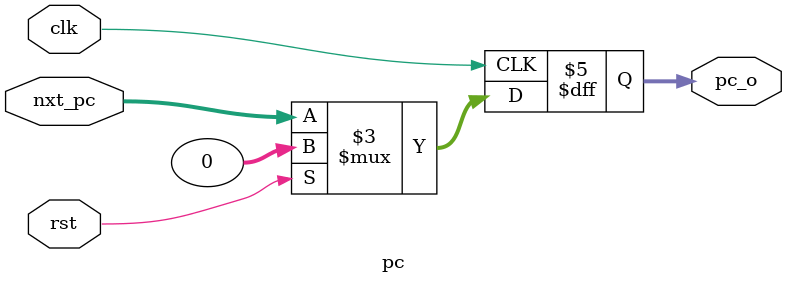
<source format=sv>
/* verilator lint_off EOFNEWLINE */
/* verilator lint_off VARHIDDEN */
module pc(
	input logic [31:0] nxt_pc,
	output logic [31:0] pc_o,
	input clk,
	input rst
);
always @(posedge clk)
begin 
	if (rst)
	begin	
		pc_o <= 32'b00000000;
	end
	else
	begin
		 pc_o <= nxt_pc;
	end
end
endmodule

		

</source>
